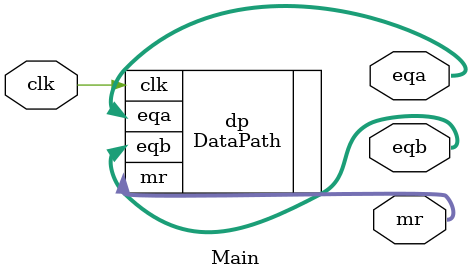
<source format=v>
`timescale 1ns / 1ps

module Main(
    input clk,
    output [31:0] eqa, eqb, mr
);
    
    DataPath dp(.clk(clk), .eqa(eqa), .eqb(eqb), .mr(mr));
endmodule
</source>
